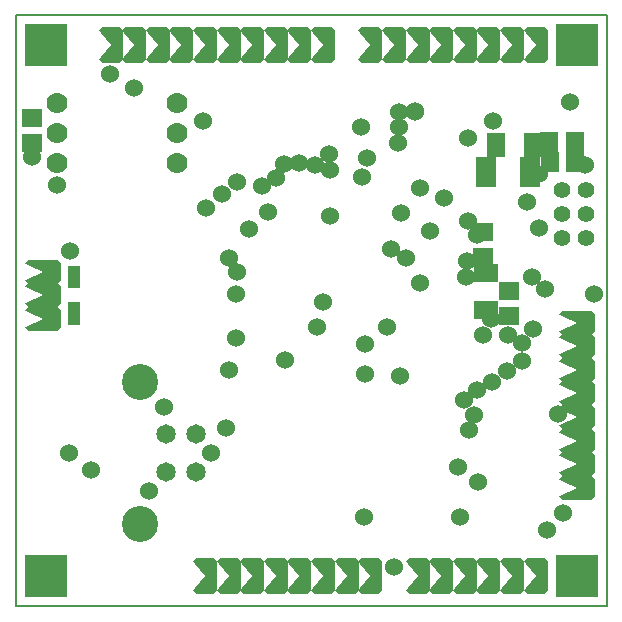
<source format=gbs>
G04 PROTEUS RS274X GERBER FILE*
%FSLAX24Y24*%
%MOIN*%
%ADD42C,0.0600*%
%ADD43R,0.1400X0.1400*%
%ADD17C,0.0650*%
%ADD18C,0.1200*%
%AMDIL044*4,1,8,-0.0400,0.0480,-0.0280,0.0600,0.0280,0.0600,0.0400,0.0480,0.0400,-0.0480,0.0280,-0.0600,-0.0280,-0.0600,-0.0400,-0.0480,0*%
%ADD50DIL044*%
%ADD26C,0.0550*%
%AMDIL045*4,1,8,-0.0600,0.0280,-0.0480,0.0400,0.0480,0.0400,0.0600,0.0280,0.0600,-0.0280,0.0480,-0.0400,-0.0480,-0.0400,-0.0600,-0.0280,0*%
%ADD51DIL045*%
%ADD54C,0.0700*%
%ADD44R,0.0700X0.0600*%
%ADD58R,0.0400X0.0400*%
%ADD47R,0.0800X0.0600*%
%ADD59R,0.0700X0.1000*%
%ADD46R,0.0600X0.0800*%
%ADD45R,0.0600X0.0700*%
%ADD33C,0.0080*%
G54D42*
X+4922Y+6636D03*
X+7086Y+7858D03*
X+2510Y+4522D03*
X+4416Y+3847D03*
X+6988Y+5928D03*
X+17427Y+14383D03*
X+17427Y+12610D03*
X+15053Y+15602D03*
X+13314Y+16490D03*
X+18461Y+16800D03*
X+15900Y+16150D03*
X+11589Y+2960D03*
X+16870Y+8759D03*
X+16858Y+8175D03*
X+16376Y+7819D03*
X+15879Y+7482D03*
X+15359Y+7183D03*
X+14930Y+6870D03*
X+8950Y+8200D03*
X+15564Y+9039D03*
X+12787Y+7655D03*
X+7350Y+14133D03*
X+1801Y+11828D03*
X+542Y+14964D03*
X+1368Y+14032D03*
X+7316Y+8941D03*
X+11636Y+7721D03*
X+3929Y+17263D03*
X+12750Y+16450D03*
X+12744Y+15425D03*
X+15823Y+9551D03*
X+13450Y+10767D03*
X+13464Y+13934D03*
X+12500Y+11893D03*
X+10240Y+10118D03*
X+7382Y+11122D03*
X+10019Y+9310D03*
X+12363Y+9315D03*
X+7106Y+11598D03*
X+17020Y+13480D03*
X+18949Y+14692D03*
X+13309Y+16475D03*
X+13000Y+11600D03*
X+14279Y+13600D03*
X+15372Y+12377D03*
X+15061Y+12821D03*
X+15019Y+11507D03*
X+6879Y+13740D03*
X+7336Y+10391D03*
X+3137Y+17716D03*
X+15400Y+4120D03*
X+15250Y+6356D03*
X+17226Y+9217D03*
X+17187Y+10962D03*
X+11640Y+8740D03*
X+15100Y+5870D03*
X+12750Y+15950D03*
X+11510Y+15964D03*
X+12840Y+13085D03*
X+10450Y+13000D03*
X+11535Y+14291D03*
X+8208Y+14015D03*
X+8385Y+13129D03*
X+6337Y+13274D03*
X+8661Y+14271D03*
X+10452Y+14527D03*
X+10433Y+15059D03*
X+7780Y+12560D03*
X+15000Y+10950D03*
X+13804Y+12504D03*
X+11683Y+14918D03*
X+6220Y+16180D03*
X+14737Y+4640D03*
X+14790Y+2960D03*
X+17630Y+10570D03*
X+17700Y+2530D03*
X+18056Y+6391D03*
X+18243Y+3114D03*
X+19271Y+10393D03*
X+16411Y+9024D03*
X+12590Y+1310D03*
X+8917Y+14744D03*
X+9448Y+14763D03*
X+9960Y+14704D03*
X+1771Y+5102D03*
X+6496Y+5102D03*
G54D43*
X+18700Y+18700D03*
X+984Y+18700D03*
X+18700Y+984D03*
X+984Y+984D03*
G54D17*
X+5993Y+5724D03*
X+5993Y+4464D03*
X+5013Y+4464D03*
X+5013Y+5724D03*
G54D18*
X+4133Y+2724D03*
X+4133Y+7464D03*
G54D50*
X+10236Y+18700D03*
X+9448Y+18700D03*
X+8661Y+18700D03*
X+7874Y+18700D03*
X+7086Y+18700D03*
X+6299Y+18700D03*
X+5511Y+18700D03*
X+4724Y+18700D03*
X+3937Y+18700D03*
X+3149Y+18700D03*
X+17322Y+18700D03*
X+16535Y+18700D03*
X+15748Y+18700D03*
X+14960Y+18700D03*
X+14173Y+18700D03*
X+13385Y+18700D03*
X+12598Y+18700D03*
X+11811Y+18700D03*
X+6299Y+984D03*
X+7086Y+984D03*
X+7874Y+984D03*
X+8661Y+984D03*
X+9448Y+984D03*
X+10236Y+984D03*
X+11023Y+984D03*
X+11811Y+984D03*
X+13385Y+984D03*
X+14173Y+984D03*
X+14960Y+984D03*
X+15748Y+984D03*
X+16535Y+984D03*
X+17322Y+984D03*
G54D26*
X+18200Y+13850D03*
X+18987Y+13850D03*
X+18200Y+13062D03*
X+18987Y+13062D03*
X+18200Y+12275D03*
X+18987Y+12275D03*
G54D51*
X+18700Y+3937D03*
X+18700Y+4724D03*
X+18700Y+5511D03*
X+18700Y+6299D03*
X+18700Y+7086D03*
X+18700Y+7874D03*
X+18700Y+8661D03*
X+18700Y+9448D03*
X+885Y+11141D03*
X+885Y+10354D03*
X+885Y+9566D03*
G54D54*
X+5353Y+14773D03*
X+5353Y+15773D03*
X+5353Y+16773D03*
X+1353Y+16773D03*
X+1353Y+15773D03*
X+1353Y+14773D03*
G54D44*
X+540Y+15441D03*
X+540Y+16281D03*
G54D58*
X+1940Y+9919D03*
X+1940Y+9569D03*
X+1934Y+10797D03*
X+1934Y+11147D03*
G54D47*
X+15669Y+11102D03*
X+15669Y+9862D03*
G54D44*
X+16420Y+9660D03*
X+16420Y+10500D03*
G54D59*
X+15660Y+14470D03*
X+17140Y+14470D03*
G54D46*
X+16000Y+15350D03*
X+17240Y+15350D03*
G54D45*
X+17780Y+15450D03*
X+18620Y+15450D03*
X+17789Y+14808D03*
X+18629Y+14808D03*
G54D44*
X+15570Y+11630D03*
X+15570Y+12470D03*
G54D33*
X+0Y+0D02*
X+19685Y+0D01*
X+19685Y+19685D01*
X+0Y+19685D01*
X+0Y+0D01*
X+19685Y+0D01*
X+19685Y+19685D01*
X+0Y+19685D01*
X+0Y+0D01*
M00*

</source>
